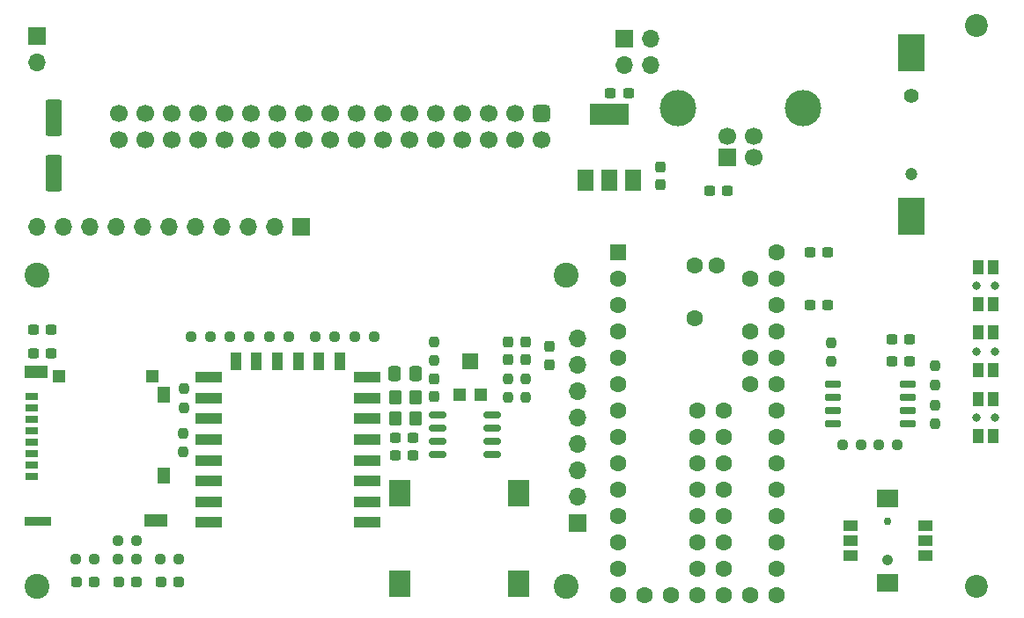
<source format=gbr>
%TF.GenerationSoftware,KiCad,Pcbnew,7.0.1*%
%TF.CreationDate,2023-04-16T22:16:48+10:00*%
%TF.ProjectId,XCopy Standalone,58436f70-7920-4537-9461-6e64616c6f6e,rev?*%
%TF.SameCoordinates,Original*%
%TF.FileFunction,Soldermask,Top*%
%TF.FilePolarity,Negative*%
%FSLAX46Y46*%
G04 Gerber Fmt 4.6, Leading zero omitted, Abs format (unit mm)*
G04 Created by KiCad (PCBNEW 7.0.1) date 2023-04-16 22:16:48*
%MOMM*%
%LPD*%
G01*
G04 APERTURE LIST*
G04 Aperture macros list*
%AMRoundRect*
0 Rectangle with rounded corners*
0 $1 Rounding radius*
0 $2 $3 $4 $5 $6 $7 $8 $9 X,Y pos of 4 corners*
0 Add a 4 corners polygon primitive as box body*
4,1,4,$2,$3,$4,$5,$6,$7,$8,$9,$2,$3,0*
0 Add four circle primitives for the rounded corners*
1,1,$1+$1,$2,$3*
1,1,$1+$1,$4,$5*
1,1,$1+$1,$6,$7*
1,1,$1+$1,$8,$9*
0 Add four rect primitives between the rounded corners*
20,1,$1+$1,$2,$3,$4,$5,0*
20,1,$1+$1,$4,$5,$6,$7,0*
20,1,$1+$1,$6,$7,$8,$9,0*
20,1,$1+$1,$8,$9,$2,$3,0*%
G04 Aperture macros list end*
%ADD10C,0.800000*%
%ADD11R,1.050000X1.400000*%
%ADD12RoundRect,0.237500X0.237500X-0.300000X0.237500X0.300000X-0.237500X0.300000X-0.237500X-0.300000X0*%
%ADD13RoundRect,0.237500X-0.250000X-0.237500X0.250000X-0.237500X0.250000X0.237500X-0.250000X0.237500X0*%
%ADD14RoundRect,0.237500X0.300000X0.237500X-0.300000X0.237500X-0.300000X-0.237500X0.300000X-0.237500X0*%
%ADD15RoundRect,0.237500X-0.287500X-0.237500X0.287500X-0.237500X0.287500X0.237500X-0.287500X0.237500X0*%
%ADD16C,2.400000*%
%ADD17O,1.700000X1.700000*%
%ADD18R,1.700000X1.700000*%
%ADD19RoundRect,0.150000X-0.650000X-0.150000X0.650000X-0.150000X0.650000X0.150000X-0.650000X0.150000X0*%
%ADD20RoundRect,0.425000X0.425000X-0.425000X0.425000X0.425000X-0.425000X0.425000X-0.425000X-0.425000X0*%
%ADD21C,1.700000*%
%ADD22RoundRect,0.237500X-0.237500X0.300000X-0.237500X-0.300000X0.237500X-0.300000X0.237500X0.300000X0*%
%ADD23RoundRect,0.237500X-0.300000X-0.237500X0.300000X-0.237500X0.300000X0.237500X-0.300000X0.237500X0*%
%ADD24RoundRect,0.237500X0.250000X0.237500X-0.250000X0.237500X-0.250000X-0.237500X0.250000X-0.237500X0*%
%ADD25R,2.500000X1.000000*%
%ADD26R,1.000000X1.800000*%
%ADD27RoundRect,0.250000X-0.337500X-0.475000X0.337500X-0.475000X0.337500X0.475000X-0.337500X0.475000X0*%
%ADD28RoundRect,0.237500X0.237500X-0.250000X0.237500X0.250000X-0.237500X0.250000X-0.237500X-0.250000X0*%
%ADD29R,1.600000X1.600000*%
%ADD30C,1.600000*%
%ADD31RoundRect,0.250000X-0.550000X1.500000X-0.550000X-1.500000X0.550000X-1.500000X0.550000X1.500000X0*%
%ADD32C,3.500000*%
%ADD33C,2.200000*%
%ADD34RoundRect,0.237500X-0.237500X0.250000X-0.237500X-0.250000X0.237500X-0.250000X0.237500X0.250000X0*%
%ADD35RoundRect,0.250000X0.350000X0.450000X-0.350000X0.450000X-0.350000X-0.450000X0.350000X-0.450000X0*%
%ADD36C,0.750000*%
%ADD37C,1.050000*%
%ADD38R,1.350000X1.000000*%
%ADD39R,2.000000X1.800000*%
%ADD40RoundRect,0.150000X0.675000X0.150000X-0.675000X0.150000X-0.675000X-0.150000X0.675000X-0.150000X0*%
%ADD41R,1.240000X0.800000*%
%ADD42R,1.200000X1.160000*%
%ADD43R,2.500000X0.950000*%
%ADD44R,2.200000X1.150000*%
%ADD45R,1.150000X1.500000*%
%ADD46R,1.250000X1.160000*%
%ADD47R,1.500000X2.000000*%
%ADD48R,3.800000X2.000000*%
%ADD49R,1.200000X1.200000*%
%ADD50R,1.600000X1.500000*%
%ADD51R,2.000000X2.500000*%
%ADD52C,1.400000*%
%ADD53C,1.200000*%
%ADD54R,2.600000X3.600000*%
G04 APERTURE END LIST*
D10*
%TO.C,SW2*%
X142742200Y-91897200D03*
X144542200Y-91897200D03*
D11*
X142922200Y-93697200D03*
X142922200Y-90097200D03*
X144362200Y-93697200D03*
X144362200Y-90097200D03*
%TD*%
D12*
%TO.C,C12*%
X90598600Y-96290300D03*
X90598600Y-94565300D03*
%TD*%
D13*
%TO.C,R11*%
X60145900Y-110134400D03*
X61970900Y-110134400D03*
%TD*%
D14*
%TO.C,C5*%
X118800100Y-76456700D03*
X117075100Y-76456700D03*
%TD*%
D15*
%TO.C,D3*%
X60228400Y-114096800D03*
X61978400Y-114096800D03*
%TD*%
D14*
%TO.C,C16*%
X88540100Y-101904800D03*
X86815100Y-101904800D03*
%TD*%
D16*
%TO.C,U6*%
X103302300Y-114502000D03*
X103302300Y-84582000D03*
X52382300Y-114502000D03*
X52382300Y-84582000D03*
D17*
X104342300Y-90652000D03*
X104342300Y-93192000D03*
X104342300Y-95732000D03*
X104342300Y-98272000D03*
X104342300Y-100812000D03*
X104342300Y-103352000D03*
X104342300Y-105892000D03*
D18*
X104342300Y-108432000D03*
%TD*%
D19*
%TO.C,U4*%
X128893200Y-95046800D03*
X128893200Y-96316800D03*
X128893200Y-97586800D03*
X128893200Y-98856800D03*
X136093200Y-98856800D03*
X136093200Y-97586800D03*
X136093200Y-96316800D03*
X136093200Y-95046800D03*
%TD*%
D14*
%TO.C,C11*%
X136321250Y-90728800D03*
X134596250Y-90728800D03*
%TD*%
D10*
%TO.C,SW4*%
X142742200Y-85598000D03*
X144542200Y-85598000D03*
D11*
X142922200Y-87398000D03*
X142922200Y-83798000D03*
X144362200Y-87398000D03*
X144362200Y-83798000D03*
%TD*%
D13*
%TO.C,R6*%
X56081900Y-111912400D03*
X57906900Y-111912400D03*
%TD*%
D20*
%TO.C,J1*%
X100939600Y-68969300D03*
D21*
X100939600Y-71509300D03*
X98399600Y-68969300D03*
X98399600Y-71509300D03*
X95859600Y-68969300D03*
X95859600Y-71509300D03*
X93319600Y-68969300D03*
X93319600Y-71509300D03*
X90779600Y-68969300D03*
X90779600Y-71509300D03*
X88239600Y-68969300D03*
X88239600Y-71509300D03*
X85699600Y-68969300D03*
X85699600Y-71509300D03*
X83159600Y-68969300D03*
X83159600Y-71509300D03*
X80619600Y-68969300D03*
X80619600Y-71509300D03*
X78079600Y-68969300D03*
X78079600Y-71509300D03*
X75539600Y-68969300D03*
X75539600Y-71509300D03*
X72999600Y-68969300D03*
X72999600Y-71509300D03*
X70459600Y-68969300D03*
X70459600Y-71509300D03*
X67919600Y-68969300D03*
X67919600Y-71509300D03*
X65379600Y-68969300D03*
X65379600Y-71509300D03*
X62839600Y-68969300D03*
X62839600Y-71509300D03*
X60299600Y-68969300D03*
X60299600Y-71509300D03*
%TD*%
D12*
%TO.C,C6*%
X112318800Y-75843300D03*
X112318800Y-74118300D03*
%TD*%
D22*
%TO.C,C13*%
X99361600Y-91008900D03*
X99361600Y-92733900D03*
%TD*%
D23*
%TO.C,C7*%
X107544700Y-67005200D03*
X109269700Y-67005200D03*
%TD*%
D24*
%TO.C,R3*%
X76601300Y-90525600D03*
X74776300Y-90525600D03*
%TD*%
D25*
%TO.C,U2*%
X84101600Y-108394800D03*
X84101600Y-106394800D03*
X84101600Y-104394800D03*
X84101600Y-102394800D03*
X84101600Y-100394800D03*
X84101600Y-98394800D03*
X84101600Y-96394800D03*
X84101600Y-94394800D03*
D26*
X81501600Y-92894800D03*
X79501600Y-92894800D03*
X77501600Y-92894800D03*
X75501600Y-92894800D03*
X73501600Y-92894800D03*
X71501600Y-92894800D03*
D25*
X68901600Y-94394800D03*
X68901600Y-96394800D03*
X68901600Y-98394800D03*
X68901600Y-100394800D03*
X68901600Y-102394800D03*
X68901600Y-104394800D03*
X68901600Y-106394800D03*
X68901600Y-108394800D03*
%TD*%
D27*
%TO.C,C3*%
X86744900Y-94030800D03*
X88819900Y-94030800D03*
%TD*%
D14*
%TO.C,C15*%
X88540100Y-100253800D03*
X86815100Y-100253800D03*
%TD*%
D18*
%TO.C,J3*%
X52374800Y-61518800D03*
D17*
X52374800Y-64058800D03*
%TD*%
D24*
%TO.C,R2*%
X80970100Y-90525600D03*
X79145100Y-90525600D03*
%TD*%
D28*
%TO.C,R17*%
X90573200Y-92809700D03*
X90573200Y-90984700D03*
%TD*%
D14*
%TO.C,C1*%
X128418100Y-82346800D03*
X126693100Y-82346800D03*
%TD*%
D12*
%TO.C,C14*%
X97710600Y-92733900D03*
X97710600Y-91008900D03*
%TD*%
D24*
%TO.C,R5*%
X69032100Y-90525600D03*
X67207100Y-90525600D03*
%TD*%
D29*
%TO.C,U1*%
X108251600Y-82346800D03*
D30*
X108251600Y-84886800D03*
X108251600Y-87426800D03*
X108251600Y-89966800D03*
X108251600Y-92506800D03*
X108251600Y-95046800D03*
X108251600Y-97586800D03*
X108251600Y-100126800D03*
X108251600Y-102666800D03*
X108251600Y-105206800D03*
X108251600Y-107746800D03*
X108251600Y-110286800D03*
X108251600Y-112826800D03*
X108251600Y-115366800D03*
X110791600Y-115366800D03*
X113331600Y-115366800D03*
X115871600Y-115366800D03*
X118411600Y-115366800D03*
X120951600Y-115366800D03*
X123491600Y-115366800D03*
X123491600Y-112826800D03*
X123491600Y-110286800D03*
X123491600Y-107746800D03*
X123491600Y-105206800D03*
X123491600Y-102666800D03*
X123491600Y-100126800D03*
X123491600Y-97586800D03*
X123491600Y-95046800D03*
X123491600Y-92506800D03*
X123491600Y-89966800D03*
X123491600Y-87426800D03*
X123491600Y-84886800D03*
X123491600Y-82346800D03*
X120951600Y-84886800D03*
X120951600Y-89966800D03*
X120951600Y-92506800D03*
X120951600Y-95046800D03*
X115641600Y-88696800D03*
X115641600Y-83616800D03*
X117771600Y-83616800D03*
X118411600Y-97586800D03*
X118411600Y-100126800D03*
X118411600Y-102666800D03*
X118411600Y-105206800D03*
X118411600Y-107746800D03*
X118411600Y-110286800D03*
X118411600Y-112826800D03*
X115871600Y-112826800D03*
X115871600Y-110286800D03*
X115871600Y-107746800D03*
X115871600Y-105206800D03*
X115871600Y-102666800D03*
X115871600Y-100126800D03*
X115871600Y-97586800D03*
%TD*%
D28*
%TO.C,R13*%
X138785600Y-98905700D03*
X138785600Y-97080700D03*
%TD*%
D13*
%TO.C,R7*%
X64209900Y-111912400D03*
X66034900Y-111912400D03*
%TD*%
D22*
%TO.C,C17*%
X101647600Y-91441100D03*
X101647600Y-93166100D03*
%TD*%
D31*
%TO.C,C4*%
X54000400Y-69385200D03*
X54000400Y-74785200D03*
%TD*%
D10*
%TO.C,SW3*%
X142742200Y-98298000D03*
X144542200Y-98298000D03*
D11*
X142922200Y-100098000D03*
X142922200Y-96498000D03*
X144362200Y-100098000D03*
X144362200Y-96498000D03*
%TD*%
D18*
%TO.C,J4*%
X118770400Y-73229800D03*
D21*
X121270400Y-73229800D03*
X121270400Y-71229800D03*
X118770400Y-71229800D03*
D32*
X114000400Y-68519800D03*
X126040400Y-68519800D03*
%TD*%
D28*
%TO.C,R16*%
X66443200Y-101598100D03*
X66443200Y-99773100D03*
%TD*%
D14*
%TO.C,C10*%
X136321250Y-92887800D03*
X134596250Y-92887800D03*
%TD*%
D24*
%TO.C,R1*%
X84780100Y-90525600D03*
X82955100Y-90525600D03*
%TD*%
D23*
%TO.C,C9*%
X52017100Y-89814400D03*
X53742100Y-89814400D03*
%TD*%
%TO.C,C8*%
X52017100Y-92100400D03*
X53742100Y-92100400D03*
%TD*%
D14*
%TO.C,C2*%
X128418100Y-87426800D03*
X126693100Y-87426800D03*
%TD*%
D33*
%TO.C,H1*%
X142748000Y-60553600D03*
%TD*%
D34*
%TO.C,R8*%
X128794800Y-91060900D03*
X128794800Y-92885900D03*
%TD*%
D18*
%TO.C,J2*%
X77771600Y-79908400D03*
D17*
X75231600Y-79908400D03*
X72691600Y-79908400D03*
X70151600Y-79908400D03*
X67611600Y-79908400D03*
X65071600Y-79908400D03*
X62531600Y-79908400D03*
X59991600Y-79908400D03*
X57451600Y-79908400D03*
X54911600Y-79908400D03*
X52371600Y-79908400D03*
%TD*%
D18*
%TO.C,J5*%
X108859400Y-61823600D03*
D17*
X111399400Y-61823600D03*
X108859400Y-64363600D03*
X111399400Y-64363600D03*
%TD*%
D13*
%TO.C,R14*%
X60145900Y-111912400D03*
X61970900Y-111912400D03*
%TD*%
D35*
%TO.C,FB2*%
X88820600Y-98348800D03*
X86820600Y-98348800D03*
%TD*%
D36*
%TO.C,SW1*%
X134213600Y-108234400D03*
D37*
X134213600Y-112034400D03*
D38*
X130638600Y-108734400D03*
X130638600Y-110134400D03*
X130638600Y-111534400D03*
X137788600Y-108734400D03*
X137788600Y-110134400D03*
X137788600Y-111534400D03*
D39*
X134213600Y-106084400D03*
X134213600Y-114184400D03*
%TD*%
D34*
%TO.C,R10*%
X138785600Y-93321500D03*
X138785600Y-95146500D03*
%TD*%
D40*
%TO.C,U5*%
X96144600Y-101879400D03*
X96144600Y-100609400D03*
X96144600Y-99339400D03*
X96144600Y-98069400D03*
X90894600Y-98069400D03*
X90894600Y-99339400D03*
X90894600Y-100609400D03*
X90894600Y-101879400D03*
%TD*%
D13*
%TO.C,R9*%
X129848600Y-100914200D03*
X131673600Y-100914200D03*
%TD*%
%TO.C,R12*%
X133301100Y-100939600D03*
X135126100Y-100939600D03*
%TD*%
D33*
%TO.C,H2*%
X142747800Y-114501800D03*
%TD*%
D34*
%TO.C,R19*%
X97710600Y-94514900D03*
X97710600Y-96339900D03*
%TD*%
D24*
%TO.C,R4*%
X72791300Y-90525600D03*
X70966300Y-90525600D03*
%TD*%
D35*
%TO.C,FB1*%
X88820600Y-96316800D03*
X86820600Y-96316800D03*
%TD*%
D28*
%TO.C,R15*%
X66494000Y-97330900D03*
X66494000Y-95505900D03*
%TD*%
D41*
%TO.C,J6*%
X51846600Y-103941200D03*
X51846600Y-102841200D03*
X51846600Y-101741200D03*
X51846600Y-100641200D03*
X51846600Y-99541200D03*
X51846600Y-98441200D03*
X51846600Y-97341200D03*
X51846600Y-96241200D03*
D42*
X63476600Y-94301200D03*
D43*
X52476600Y-108286200D03*
D44*
X52326600Y-93896200D03*
D45*
X64601600Y-96101200D03*
X64601600Y-103881200D03*
D44*
X63806600Y-108186200D03*
D46*
X54476600Y-94301200D03*
%TD*%
D47*
%TO.C,U3*%
X105142000Y-75387600D03*
X107442000Y-75387600D03*
D48*
X107442000Y-69087600D03*
D47*
X109742000Y-75387600D03*
%TD*%
D49*
%TO.C,RV1*%
X93027600Y-96084800D03*
D50*
X94027600Y-92834800D03*
D49*
X95027600Y-96084800D03*
%TD*%
D15*
%TO.C,D1*%
X56164400Y-114096800D03*
X57914400Y-114096800D03*
%TD*%
D34*
%TO.C,R18*%
X99361600Y-94514900D03*
X99361600Y-96339900D03*
%TD*%
D15*
%TO.C,D2*%
X64292400Y-114096800D03*
X66042400Y-114096800D03*
%TD*%
D51*
%TO.C,LS1*%
X98711600Y-114255800D03*
X87311600Y-114255800D03*
X98711600Y-105555800D03*
X87311600Y-105555800D03*
%TD*%
D52*
%TO.C,BT1*%
X136448800Y-67319200D03*
D53*
X136448800Y-74819200D03*
D54*
X136448800Y-63119200D03*
X136448800Y-78919200D03*
%TD*%
M02*

</source>
